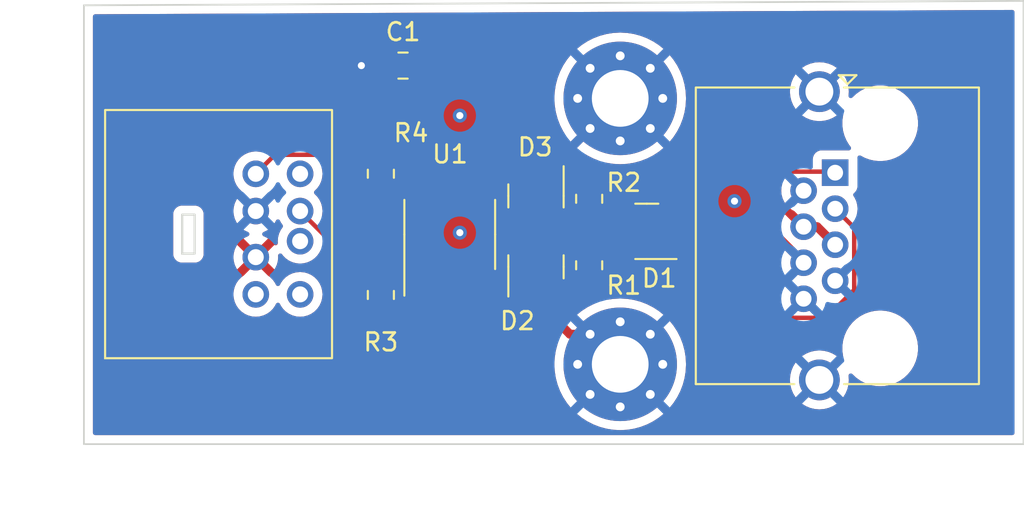
<source format=kicad_pcb>
(kicad_pcb (version 20211014) (generator pcbnew)
  (layers (0 "F.Cu" signal) (1 "In1.Cu" signal) (2 "In2.Cu" signal) (31 "B.Cu" signal) (34 "B.Paste" user) (35 "F.Paste" user) (36 "B.SilkS" user "B.Silkscreen") (37 "F.SilkS" user "F.Silkscreen") (38 "B.Mask" user) (39 "F.Mask" user) (44 "Edge.Cuts" user))
  (net 0 "")
  (net 1 "1v8")
  (net 2 "GND")
  (net 3 "/SDA_D")
  (net 4 "/SCL_D")
  (net 5 "/SDA")
  (net 6 "/SCL")
  (footprint "royale:MountingHole_Pad" (layer "F.Cu") (at 149 108.25)
    (fp_text reference "H1" hide)
    (fp_text value "MountingHole_Pad")
    (pad "1" thru_hole circle locked (at -1.697056 1.697056) (size 0.8 0.8) (drill 0.5) (layers *.Cu *.Mask) (net 2 "GND"))
    (pad "1" thru_hole circle locked (at -1.697056 -1.697056) (size 0.8 0.8) (drill 0.5) (layers *.Cu *.Mask) (net 2 "GND"))
    (pad "1" thru_hole circle locked (at 0 -2.4) (size 0.8 0.8) (drill 0.5) (layers *.Cu *.Mask) (net 2 "GND"))
    (pad "1" thru_hole circle locked (at 1.697056 -1.697056) (size 0.8 0.8) (drill 0.5) (layers *.Cu *.Mask) (net 2 "GND"))
    (pad "1" thru_hole circle locked (at -2.4 0) (size 0.8 0.8) (drill 0.5) (layers *.Cu *.Mask) (net 2 "GND"))
    (pad "1" thru_hole circle locked (at 0 0) (size 6.4 6.4) (drill 3.2) (layers *.Cu *.Mask) (net 2 "GND"))
    (pad "1" thru_hole circle locked (at 1.697056 1.697056) (size 0.8 0.8) (drill 0.5) (layers *.Cu *.Mask) (net 2 "GND"))
    (pad "1" thru_hole circle locked (at 2.4 0) (size 0.8 0.8) (drill 0.5) (layers *.Cu *.Mask) (net 2 "GND"))
    (pad "1" thru_hole circle locked (at 0 2.4) (size 0.8 0.8) (drill 0.5) (layers *.Cu *.Mask) (net 2 "GND"))
  )
  (footprint "Resistor_SMD:R_0805_2012Metric" (layer "F.Cu") (at 147.25 117.6625 90)
    (fp_text reference "R1" (at -1.1375 1.95 180) (layer "F.SilkS"))
    (fp_text value "330")
    (fp_line (start -0.227064 -0.735) (end 0.227064 -0.735) (layer "F.SilkS") (width 0.12))
    (fp_line (start -0.227064 0.735) (end 0.227064 0.735) (layer "F.SilkS") (width 0.12))
    (pad "1" smd roundrect (at -0.9125 0 90) (size 1.025 1.4) (layers "F.Cu" "F.Paste" "F.Mask") (roundrect_rratio 0.243902) (net 1 "1v8"))
    (pad "2" smd roundrect (at 0.9125 0 90) (size 1.025 1.4) (layers "F.Cu" "F.Paste" "F.Mask") (roundrect_rratio 0.243902) (net 3 "/SDA_D"))
  )
  (footprint "Package_TO_SOT_SMD:SOT-23" (layer "F.Cu") (at 144.25 117.75 90)
    (fp_text reference "D2" (at -3.05 -1.05 180) (layer "F.SilkS"))
    (fp_text value "Diode_Zener_BZX84-C15")
    (fp_line (start 0 1.56) (end 0.65 1.56) (layer "F.SilkS") (width 0.12))
    (fp_line (start 0 -1.56) (end 0.65 -1.56) (layer "F.SilkS") (width 0.12))
    (fp_line (start 0 -1.56) (end -1.675 -1.56) (layer "F.SilkS") (width 0.12))
    (fp_line (start 0 1.56) (end -0.65 1.56) (layer "F.SilkS") (width 0.12))
    (pad "1" smd roundrect (at -0.9375 -0.95 90) (size 1.475 0.6) (layers "F.Cu" "F.Paste" "F.Mask") (net 2 "GND"))
    (pad "2" smd roundrect (at -0.9375 0.95 90) (size 1.475 0.6) (layers "F.Cu" "F.Paste" "F.Mask"))
    (pad "3" smd roundrect (at 0.9375 0 90) (size 1.475 0.6) (layers "F.Cu" "F.Paste" "F.Mask") (net 3 "/SDA_D"))
  )
  (footprint "Package_TO_SOT_SMD:SOT-23" (layer "F.Cu") (at 144.25 113.75 -90)
    (fp_text reference "D3" (at -2.75 0.05 180) (layer "F.SilkS"))
    (fp_text value "Diode_Zener_BZX84-C15")
    (fp_line (start 0 1.56) (end -0.65 1.56) (layer "F.SilkS") (width 0.12))
    (fp_line (start 0 1.56) (end 0.65 1.56) (layer "F.SilkS") (width 0.12))
    (fp_line (start 0 -1.56) (end 0.65 -1.56) (layer "F.SilkS") (width 0.12))
    (fp_line (start 0 -1.56) (end -1.675 -1.56) (layer "F.SilkS") (width 0.12))
    (pad "1" smd roundrect (at -0.9375 -0.95 270) (size 1.475 0.6) (layers "F.Cu" "F.Paste" "F.Mask") (net 2 "GND"))
    (pad "2" smd roundrect (at -0.9375 0.95 270) (size 1.475 0.6) (layers "F.Cu" "F.Paste" "F.Mask"))
    (pad "3" smd roundrect (at 0.9375 0 270) (size 1.475 0.6) (layers "F.Cu" "F.Paste" "F.Mask") (net 4 "/SCL_D"))
  )
  (footprint "Resistor_SMD:R_0805_2012Metric" (layer "F.Cu") (at 135.5 119.3375 90)
    (fp_text reference "R3" (at -2.6625 0 180) (layer "F.SilkS"))
    (fp_text value "4k7")
    (fp_line (start -0.227064 -0.735) (end 0.227064 -0.735) (layer "F.SilkS") (width 0.12))
    (fp_line (start -0.227064 0.735) (end 0.227064 0.735) (layer "F.SilkS") (width 0.12))
    (pad "1" smd roundrect (at -0.9125 0 90) (size 1.025 1.4) (layers "F.Cu" "F.Paste" "F.Mask") (roundrect_rratio 0.243902) (net 1 "1v8"))
    (pad "2" smd roundrect (at 0.9125 0 90) (size 1.025 1.4) (layers "F.Cu" "F.Paste" "F.Mask") (roundrect_rratio 0.243902) (net 5 "/SDA"))
  )
  (footprint "Resistor_SMD:R_0805_2012Metric" (layer "F.Cu") (at 147.25 113.9125 -90)
    (fp_text reference "R2" (at -0.9125 -1.95 180) (layer "F.SilkS"))
    (fp_text value "330")
    (fp_line (start -0.227064 -0.735) (end 0.227064 -0.735) (layer "F.SilkS") (width 0.12))
    (fp_line (start -0.227064 0.735) (end 0.227064 0.735) (layer "F.SilkS") (width 0.12))
    (pad "1" smd roundrect (at -0.9125 0 270) (size 1.025 1.4) (layers "F.Cu" "F.Paste" "F.Mask") (roundrect_rratio 0.243902) (net 1 "1v8"))
    (pad "2" smd roundrect (at 0.9125 0 270) (size 1.025 1.4) (layers "F.Cu" "F.Paste" "F.Mask") (roundrect_rratio 0.243902) (net 4 "/SCL_D"))
  )
  (footprint "royale:RJ45_Amphenol_RJHSE5380" (layer "F.Cu") (at 161.125 112.44 -90)
    (fp_text reference "J1")
    (fp_text value "Cat5")
    (fp_line (start -4.805 7.86) (end -4.805 2.3) (layer "F.SilkS") (width 0.12))
    (fp_line (start -5.5 -1.2) (end -5 -0.7) (layer "F.SilkS") (width 0.12))
    (fp_line (start -4.805 -8.11) (end -4.805 -0.5) (layer "F.SilkS") (width 0.12))
    (fp_line (start -4.76 7.86) (end 11.925 7.86) (layer "F.SilkS") (width 0.12))
    (fp_line (start 11.925 7.86) (end 11.925 2.3) (layer "F.SilkS") (width 0.12))
    (fp_line (start -4.76 -8.11) (end 11.88 -8.11) (layer "F.SilkS") (width 0.12))
    (fp_line (start -5 -0.7) (end -5.5 -0.2) (layer "F.SilkS") (width 0.12))
    (fp_line (start 11.925 -8.11) (end 11.925 -0.5) (layer "F.SilkS") (width 0.12))
    (fp_line (start -5.5 -0.2) (end -5.5 -1.2) (layer "F.SilkS") (width 0.12))
    (pad "" np_thru_hole circle locked (at 9.91 -2.54 270) (size 3.25 3.25) (drill 3.25) (layers *.Cu *.Mask))
    (pad "" np_thru_hole circle locked (at -2.79 -2.54 270) (size 3.25 3.25) (drill 3.25) (layers *.Cu *.Mask))
    (pad "1" thru_hole rect locked (at 0 0 270) (size 1.5 1.5) (drill 0.89) (layers *.Cu *.Mask) (net 4 "/SCL_D"))
    (pad "2" thru_hole circle locked (at 1.016 1.78 270) (size 1.5 1.5) (drill 0.89) (layers *.Cu *.Mask) (net 2 "GND"))
    (pad "3" thru_hole circle locked (at 2.032 0 270) (size 1.5 1.5) (drill 0.89) (layers *.Cu *.Mask) (net 3 "/SDA_D"))
    (pad "4" thru_hole circle locked (at 3.048 1.78 270) (size 1.5 1.5) (drill 0.89) (layers *.Cu *.Mask) (net 1 "1v8"))
    (pad "5" thru_hole circle locked (at 4.064 0 270) (size 1.5 1.5) (drill 0.89) (layers *.Cu *.Mask) (net 1 "1v8"))
    (pad "6" thru_hole circle locked (at 5.08 1.78 270) (size 1.5 1.5) (drill 0.89) (layers *.Cu *.Mask) (net 2 "GND"))
    (pad "7" thru_hole circle locked (at 6.096 0 270) (size 1.5 1.5) (drill 0.89) (layers *.Cu *.Mask) (net 2 "GND"))
    (pad "8" thru_hole circle locked (at 7.112 1.78 270) (size 1.5 1.5) (drill 0.89) (layers *.Cu *.Mask) (net 2 "GND"))
    (pad "SH" thru_hole circle locked (at 11.69 0.89 270) (size 2.3 2.3) (drill 1.57) (layers *.Cu *.Mask) (net 2 "GND"))
    (pad "SH" thru_hole circle locked (at -4.57 0.89 270) (size 2.3 2.3) (drill 1.57) (layers *.Cu *.Mask) (net 2 "GND"))
  )
  (footprint "Package_SO:SO-8_3.9x4.9mm_P1.27mm" (layer "F.Cu") (at 139.385 115.925 90)
    (fp_text reference "U1" (at 4.525 0.015 180) (layer "F.SilkS"))
    (fp_text value "PCA9600D")
    (fp_line (start 0 2.56) (end -1.95 2.56) (layer "F.SilkS") (width 0.12))
    (fp_line (start 0 -2.56) (end -3.45 -2.56) (layer "F.SilkS") (width 0.12))
    (fp_line (start 0 -2.56) (end 1.95 -2.56) (layer "F.SilkS") (width 0.12))
    (fp_line (start 0 2.56) (end 1.95 2.56) (layer "F.SilkS") (width 0.12))
    (pad "1" smd roundrect (at -2.575 -1.905 90) (size 1.75 0.6) (layers "F.Cu" "F.Paste" "F.Mask") (net 5 "/SDA"))
    (pad "2" smd roundrect (at -2.575 -0.635 90) (size 1.75 0.6) (layers "F.Cu" "F.Paste" "F.Mask") (net 3 "/SDA_D"))
    (pad "3" smd roundrect (at -2.575 0.635 90) (size 1.75 0.6) (layers "F.Cu" "F.Paste" "F.Mask") (net 3 "/SDA_D"))
    (pad "4" smd roundrect (at -2.575 1.905 90) (size 1.75 0.6) (layers "F.Cu" "F.Paste" "F.Mask") (net 2 "GND"))
    (pad "5" smd roundrect (at 2.575 1.905 90) (size 1.75 0.6) (layers "F.Cu" "F.Paste" "F.Mask") (net 4 "/SCL_D"))
    (pad "6" smd roundrect (at 2.575 0.635 90) (size 1.75 0.6) (layers "F.Cu" "F.Paste" "F.Mask") (net 4 "/SCL_D"))
    (pad "7" smd roundrect (at 2.575 -0.635 90) (size 1.75 0.6) (layers "F.Cu" "F.Paste" "F.Mask") (net 6 "/SCL"))
    (pad "8" smd roundrect (at 2.575 -1.905 90) (size 1.75 0.6) (layers "F.Cu" "F.Paste" "F.Mask") (net 1 "1v8"))
  )
  (footprint "royale:MountingHole_Pad" (layer "F.Cu") (at 149 123.25)
    (fp_text reference "H2" hide)
    (fp_text value "MountingHole_Pad")
    (pad "1" thru_hole circle locked (at 0 -2.4) (size 0.8 0.8) (drill 0.5) (layers *.Cu *.Mask) (net 2 "GND"))
    (pad "1" thru_hole circle locked (at 1.697056 1.697056) (size 0.8 0.8) (drill 0.5) (layers *.Cu *.Mask) (net 2 "GND"))
    (pad "1" thru_hole circle locked (at -1.697056 -1.697056) (size 0.8 0.8) (drill 0.5) (layers *.Cu *.Mask) (net 2 "GND"))
    (pad "1" thru_hole circle locked (at 0 2.4) (size 0.8 0.8) (drill 0.5) (layers *.Cu *.Mask) (net 2 "GND"))
    (pad "1" thru_hole circle locked (at -1.697056 1.697056) (size 0.8 0.8) (drill 0.5) (layers *.Cu *.Mask) (net 2 "GND"))
    (pad "1" thru_hole circle locked (at -2.4 0) (size 0.8 0.8) (drill 0.5) (layers *.Cu *.Mask) (net 2 "GND"))
    (pad "1" thru_hole circle locked (at 2.4 0) (size 0.8 0.8) (drill 0.5) (layers *.Cu *.Mask) (net 2 "GND"))
    (pad "1" thru_hole circle locked (at 1.697056 -1.697056) (size 0.8 0.8) (drill 0.5) (layers *.Cu *.Mask) (net 2 "GND"))
    (pad "1" thru_hole circle locked (at 0 0) (size 6.4 6.4) (drill 3.2) (layers *.Cu *.Mask) (net 2 "GND"))
  )
  (footprint "Package_TO_SOT_SMD:SOT-23" (layer "F.Cu") (at 150.5 115.75 180)
    (fp_text reference "D1" (at -0.7 -2.65) (layer "F.SilkS"))
    (fp_text value "BAT54A")
    (fp_line (start 0 1.56) (end 0.65 1.56) (layer "F.SilkS") (width 0.12))
    (fp_line (start 0 -1.56) (end -1.675 -1.56) (layer "F.SilkS") (width 0.12))
    (fp_line (start 0 1.56) (end -0.65 1.56) (layer "F.SilkS") (width 0.12))
    (fp_line (start 0 -1.56) (end 0.65 -1.56) (layer "F.SilkS") (width 0.12))
    (pad "1" smd roundrect (at -0.9375 -0.95 180) (size 1.475 0.6) (layers "F.Cu" "F.Paste" "F.Mask") (net 3 "/SDA_D"))
    (pad "2" smd roundrect (at -0.9375 0.95 180) (size 1.475 0.6) (layers "F.Cu" "F.Paste" "F.Mask") (net 4 "/SCL_D"))
    (pad "3" smd roundrect (at 0.9375 0 180) (size 1.475 0.6) (layers "F.Cu" "F.Paste" "F.Mask") (net 2 "GND"))
  )
  (footprint "royale:Mini-Din-Through-Hole" (layer "F.Cu") (at 119.945 122.905 90)
    (fp_text reference "J2")
    (fp_text value "PSG01571")
    (fp_rect (start 0 0) (end 14 12.8) (layer "F.SilkS") (width 0.12) (fill none))
    (fp_rect (start 5.9 4.35) (end 8.1 5.05) (layer "Edge.Cuts") (width 0.12) (fill none))
    (pad "1" thru_hole circle (at 8.3 8.5 90) (size 1.5 1.5) (drill 0.9) (layers *.Cu *.Mask) (net 2 "GND"))
    (pad "2" thru_hole circle (at 5.7 8.5 90) (size 1.5 1.5) (drill 0.9) (layers *.Cu *.Mask) (net 1 "1v8"))
    (pad "3" thru_hole circle (at 10.4 8.5 90) (size 1.5 1.5) (drill 0.9) (layers *.Cu *.Mask) (net 6 "/SCL"))
    (pad "4" thru_hole circle (at 8.3 11 90) (size 1.5 1.5) (drill 0.9) (layers *.Cu *.Mask) (net 5 "/SDA"))
    (pad "5" thru_hole circle (at 3.6 8.5 90) (size 1.5 1.5) (drill 0.9) (layers *.Cu *.Mask))
    (pad "6" thru_hole circle (at 10.4 11 90) (size 1.5 1.5) (drill 0.9) (layers *.Cu *.Mask))
    (pad "7" thru_hole circle (at 6.6 11 90) (size 1.5 1.5) (drill 0.9) (layers *.Cu *.Mask))
    (pad "8" thru_hole circle (at 3.6 11 90) (size 1.5 1.5) (drill 0.9) (layers *.Cu *.Mask))
  )
  (footprint "Resistor_SMD:R_0805_2012Metric" (layer "F.Cu") (at 135.5 112.5 90)
    (fp_text reference "R4" (at 2.3 1.7 180) (layer "F.SilkS"))
    (fp_text value "4k7")
    (fp_line (start -0.227064 -0.735) (end 0.227064 -0.735) (layer "F.SilkS") (width 0.12))
    (fp_line (start -0.227064 0.735) (end 0.227064 0.735) (layer "F.SilkS") (width 0.12))
    (pad "1" smd roundrect (at -0.9125 0 90) (size 1.025 1.4) (layers "F.Cu" "F.Paste" "F.Mask") (roundrect_rratio 0.243902) (net 1 "1v8"))
    (pad "2" smd roundrect (at 0.9125 0 90) (size 1.025 1.4) (layers "F.Cu" "F.Paste" "F.Mask") (roundrect_rratio 0.243902) (net 6 "/SCL"))
  )
  (footprint "Capacitor_SMD:C_0805_2012Metric" (layer "F.Cu") (at 136.75 106.4 180)
    (fp_text reference "C1" (at 0 1.9) (layer "F.SilkS"))
    (fp_text value "100n")
    (fp_line (start -0.261252 0.735) (end 0.261252 0.735) (layer "F.SilkS") (width 0.12))
    (fp_line (start -0.261252 -0.735) (end 0.261252 -0.735) (layer "F.SilkS") (width 0.12))
    (pad "1" smd roundrect (at -0.95 0 180) (size 1 1.45) (layers "F.Cu" "F.Paste" "F.Mask") (net 1 "1v8"))
    (pad "2" smd roundrect (at 0.95 0 180) (size 1 1.45) (layers "F.Cu" "F.Paste" "F.Mask") (net 2 "GND"))
  )
  (gr_line (start 118.75 103) (end 118.75 127.75) (layer "Edge.Cuts") (width 0.1))
  (gr_line (start 171.75 102.75) (end 118.75 103) (layer "Edge.Cuts") (width 0.1))
  (gr_line (start 118.75 127.75) (end 171.75 127.75) (layer "Edge.Cuts") (width 0.1))
  (gr_line (start 171.75 127.75) (end 171.75 102.75) (layer "Edge.Cuts") (width 0.1))
  (segment (start 159.345 115.488) (end 160.109 115.488) (width 0.5) (layer "F.Cu") (net 1))
  (segment (start 160.109 115.488) (end 161.125 116.504) (width 0.5) (layer "F.Cu") (net 1))
  (via (at 139.954 115.824) (size 0.8) (drill 0.4) (layers "F.Cu" "B.Cu") (net 1))
  (via (at 155.448 114.046) (size 0.8) (drill 0.4) (layers "F.Cu" "B.Cu") (net 1))
  (via (at 139.954 109.22) (size 0.8) (drill 0.4) (layers "F.Cu" "B.Cu") (net 1))
  (segment (start 146.165444 121.552944) (end 147.302944 121.552944) (width 0.5) (layer "F.Cu") (net 2))
  (segment (start 145.2 112.05) (end 149 108.25) (width 0.5) (layer "F.Cu") (net 2))
  (segment (start 143.1125 118.5) (end 143.3 118.6875) (width 0.5) (layer "F.Cu") (net 2))
  (segment (start 143.3 118.6875) (end 146.165444 121.552944) (width 0.5) (layer "F.Cu") (net 2))
  (segment (start 149.5625 115.75) (end 157.575 115.75) (width 0.5) (layer "F.Cu") (net 2))
  (segment (start 145.2 112.8125) (end 145.2 112.05) (width 0.5) (layer "F.Cu") (net 2))
  (segment (start 141.29 118.5) (end 143.1125 118.5) (width 0.5) (layer "F.Cu") (net 2))
  (segment (start 135.8 106.4) (end 134.4 106.4) (width 0.5) (layer "F.Cu") (net 2))
  (segment (start 157.575 115.75) (end 159.345 117.52) (width 0.5) (layer "F.Cu") (net 2))
  (via (at 134.4 106.4) (size 0.8) (drill 0.4) (layers "F.Cu" "B.Cu") (net 2))
  (segment (start 144.5625 116.75) (end 144.25 117.0625) (width 0.25) (layer "F.Cu") (net 3))
  (segment (start 140.02 118.223928) (end 140.02 118.5) (width 0.25) (layer "F.Cu") (net 3))
  (segment (start 138.75 118.5) (end 140.02 118.5) (width 0.25) (layer "F.Cu") (net 3))
  (segment (start 151.4375 116.7) (end 147.3 116.7) (width 0.25) (layer "F.Cu") (net 3))
  (segment (start 151.4375 116.7) (end 155.364011 120.626511) (width 0.25) (layer "F.Cu") (net 3))
  (segment (start 155.364011 120.626511) (end 160.623489 120.626511) (width 0.25) (layer "F.Cu") (net 3))
  (segment (start 141.431428 116.8125) (end 140.02 118.223928) (width 0.25) (layer "F.Cu") (net 3))
  (segment (start 147.25 116.75) (end 144.5625 116.75) (width 0.25) (layer "F.Cu") (net 3))
  (segment (start 147.3 116.7) (end 147.25 116.75) (width 0.25) (layer "F.Cu") (net 3))
  (segment (start 144.25 116.8125) (end 141.431428 116.8125) (width 0.25) (layer "F.Cu") (net 3))
  (segment (start 160.623489 120.626511) (end 162.199511 119.050489) (width 0.25) (layer "F.Cu") (net 3))
  (segment (start 162.199511 115.546511) (end 161.125 114.472) (width 0.25) (layer "F.Cu") (net 3))
  (segment (start 162.199511 119.050489) (end 162.199511 115.546511) (width 0.25) (layer "F.Cu") (net 3))
  (segment (start 153.856011 112.381489) (end 161.066489 112.381489) (width 0.25) (layer "F.Cu") (net 4))
  (segment (start 140.02 113.35) (end 141.29 113.35) (width 0.25) (layer "F.Cu") (net 4))
  (segment (start 151.4375 114.8) (end 153.856011 112.381489) (width 0.25) (layer "F.Cu") (net 4))
  (segment (start 141.29 113.35) (end 142.6275 114.6875) (width 0.25) (layer "F.Cu") (net 4))
  (segment (start 142.6275 114.6875) (end 144.25 114.6875) (width 0.25) (layer "F.Cu") (net 4))
  (segment (start 147.25 114.825) (end 151.4125 114.825) (width 0.25) (layer "F.Cu") (net 4))
  (segment (start 161.066489 112.381489) (end 161.125 112.44) (width 0.25) (layer "F.Cu") (net 4))
  (segment (start 151.4125 114.825) (end 151.4375 114.8) (width 0.25) (layer "F.Cu") (net 4))
  (segment (start 147.1125 114.6875) (end 147.25 114.825) (width 0.25) (layer "F.Cu") (net 4))
  (segment (start 144.25 114.6875) (end 147.1125 114.6875) (width 0.25) (layer "F.Cu") (net 4))
  (segment (start 134.765 118.425) (end 135.5 118.425) (width 0.25) (layer "F.Cu") (net 5))
  (segment (start 130.945 114.605) (end 134.765 118.425) (width 0.25) (layer "F.Cu") (net 5))
  (segment (start 137.405 118.425) (end 137.48 118.5) (width 0.25) (layer "F.Cu") (net 5))
  (segment (start 135.5 118.425) (end 137.405 118.425) (width 0.25) (layer "F.Cu") (net 5))
  (segment (start 135.5 111.5875) (end 137.263572 111.5875) (width 0.25) (layer "F.Cu") (net 6))
  (segment (start 129.519511 111.430489) (end 135.342989 111.430489) (width 0.25) (layer "F.Cu") (net 6))
  (segment (start 138.75 113.073928) (end 138.75 113.35) (width 0.25) (layer "F.Cu") (net 6))
  (segment (start 128.445 112.505) (end 129.519511 111.430489) (width 0.25) (layer "F.Cu") (net 6))
  (segment (start 137.263572 111.5875) (end 138.75 113.073928) (width 0.25) (layer "F.Cu") (net 6))
  (segment (start 135.342989 111.430489) (end 135.5 111.5875) (width 0.25) (layer "F.Cu") (net 6))
  (zone (net 1) (net_name "1v8") (layer "F.Cu") (connect_pads (clearance 0.508)) (min_thickness 0.254) (fill yes (thermal_gap 0.508) (thermal_bridge_width 0.508))
    (polygon (pts (xy 171.75 127.75) (xy 118.75 127.75) (xy 118.75 103) (xy 171.75 103)))
  )
  (zone (net 2) (net_name "GND") (layer "B.Cu") (connect_pads (clearance 0.508)) (min_thickness 0.254) (fill yes (thermal_gap 0.508) (thermal_bridge_width 0.508))
    (polygon (pts (xy 171.75 127.75) (xy 118.75 127.75) (xy 118.75 103) (xy 171.75 102.75)))
  )
)
</source>
